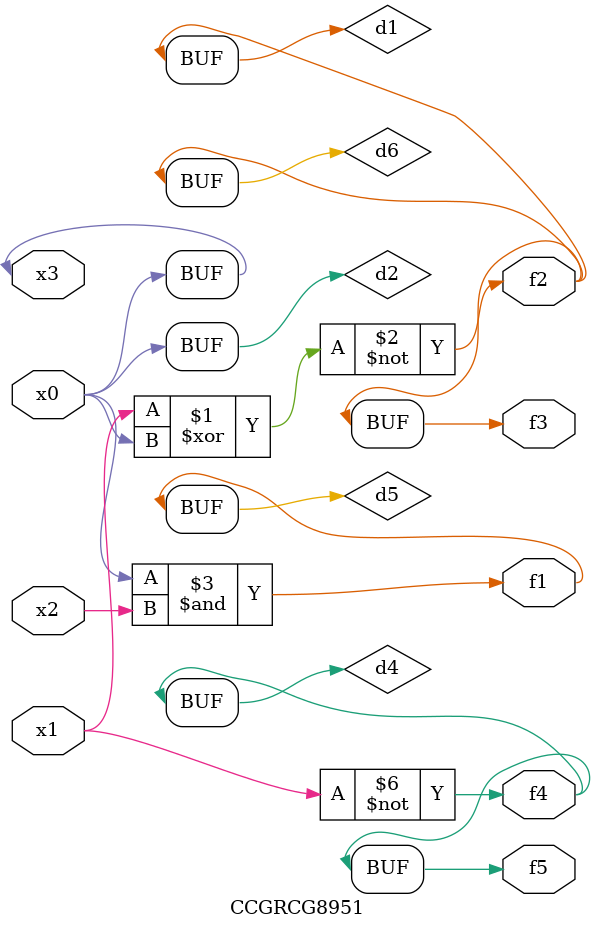
<source format=v>
module CCGRCG8951(
	input x0, x1, x2, x3,
	output f1, f2, f3, f4, f5
);

	wire d1, d2, d3, d4, d5, d6;

	xnor (d1, x1, x3);
	buf (d2, x0, x3);
	nand (d3, x0, x2);
	not (d4, x1);
	nand (d5, d3);
	or (d6, d1);
	assign f1 = d5;
	assign f2 = d6;
	assign f3 = d6;
	assign f4 = d4;
	assign f5 = d4;
endmodule

</source>
